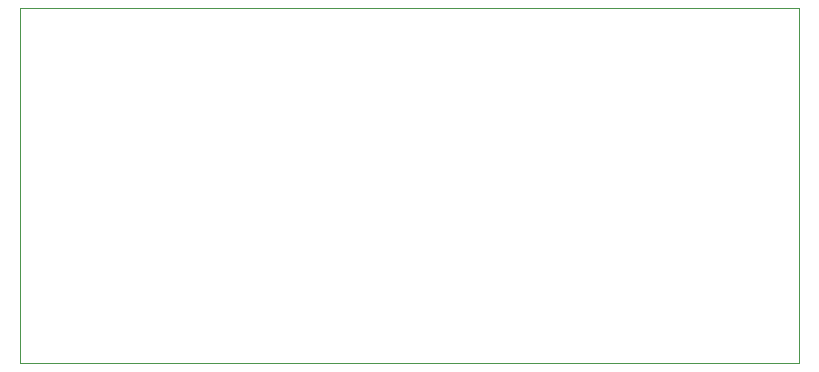
<source format=gm1>
G04 #@! TF.GenerationSoftware,KiCad,Pcbnew,5.1.10-88a1d61d58~90~ubuntu21.04.1*
G04 #@! TF.CreationDate,2021-09-19T17:29:36+02:00*
G04 #@! TF.ProjectId,23cm_PA,3233636d-5f50-4412-9e6b-696361645f70,rev?*
G04 #@! TF.SameCoordinates,Original*
G04 #@! TF.FileFunction,Profile,NP*
%FSLAX46Y46*%
G04 Gerber Fmt 4.6, Leading zero omitted, Abs format (unit mm)*
G04 Created by KiCad (PCBNEW 5.1.10-88a1d61d58~90~ubuntu21.04.1) date 2021-09-19 17:29:36*
%MOMM*%
%LPD*%
G01*
G04 APERTURE LIST*
G04 #@! TA.AperFunction,Profile*
%ADD10C,0.050000*%
G04 #@! TD*
G04 APERTURE END LIST*
D10*
X100000000Y-100000000D02*
X100000000Y-130000000D01*
X100000000Y-100000000D02*
X166000000Y-100000000D01*
X166000000Y-130000000D02*
X166000000Y-100000000D01*
X100000000Y-130000000D02*
X166000000Y-130000000D01*
M02*

</source>
